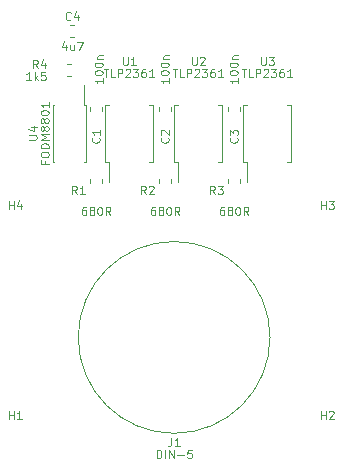
<source format=gto>
G04 #@! TF.GenerationSoftware,KiCad,Pcbnew,5.1.2-f72e74a~84~ubuntu16.04.1*
G04 #@! TF.CreationDate,2019-07-19T18:17:23+01:00*
G04 #@! TF.ProjectId,DigitalPot_OptoIsolator,44696769-7461-46c5-906f-745f4f70746f,rev?*
G04 #@! TF.SameCoordinates,Original*
G04 #@! TF.FileFunction,Legend,Top*
G04 #@! TF.FilePolarity,Positive*
%FSLAX46Y46*%
G04 Gerber Fmt 4.6, Leading zero omitted, Abs format (unit mm)*
G04 Created by KiCad (PCBNEW 5.1.2-f72e74a~84~ubuntu16.04.1) date 2019-07-19 18:17:23*
%MOMM*%
%LPD*%
G04 APERTURE LIST*
%ADD10C,0.120000*%
%ADD11C,0.110000*%
G04 APERTURE END LIST*
D10*
X109974000Y-46228000D02*
G75*
G03X109974000Y-46228000I-8120000J0D01*
G01*
X92775721Y-24132000D02*
X93101279Y-24132000D01*
X92775721Y-23112000D02*
X93101279Y-23112000D01*
X107444000Y-33182779D02*
X107444000Y-32857221D01*
X106424000Y-33182779D02*
X106424000Y-32857221D01*
X101602000Y-33182779D02*
X101602000Y-32857221D01*
X100582000Y-33182779D02*
X100582000Y-32857221D01*
X95760000Y-33182779D02*
X95760000Y-32857221D01*
X94740000Y-33182779D02*
X94740000Y-32857221D01*
X95760000Y-26761221D02*
X95760000Y-27086779D01*
X94740000Y-26761221D02*
X94740000Y-27086779D01*
X101602000Y-26761221D02*
X101602000Y-27086779D01*
X100582000Y-26761221D02*
X100582000Y-27086779D01*
X106424000Y-26735721D02*
X106424000Y-27061279D01*
X107444000Y-26735721D02*
X107444000Y-27061279D01*
X93380779Y-19810000D02*
X93055221Y-19810000D01*
X93380779Y-20830000D02*
X93055221Y-20830000D01*
X96344000Y-31356000D02*
X96344000Y-33056000D01*
X99744000Y-26556000D02*
X100044000Y-26556000D01*
X100044000Y-26556000D02*
X100044000Y-31356000D01*
X100044000Y-31356000D02*
X99744000Y-31356000D01*
X96344000Y-31356000D02*
X96044000Y-31356000D01*
X96044000Y-31356000D02*
X96044000Y-26556000D01*
X96044000Y-26556000D02*
X96344000Y-26556000D01*
X101886000Y-26556000D02*
X102186000Y-26556000D01*
X101886000Y-31356000D02*
X101886000Y-26556000D01*
X102186000Y-31356000D02*
X101886000Y-31356000D01*
X105886000Y-31356000D02*
X105586000Y-31356000D01*
X105886000Y-26556000D02*
X105886000Y-31356000D01*
X105586000Y-26556000D02*
X105886000Y-26556000D01*
X102186000Y-31356000D02*
X102186000Y-33056000D01*
X108028000Y-31356000D02*
X108028000Y-33056000D01*
X111428000Y-26556000D02*
X111728000Y-26556000D01*
X111728000Y-26556000D02*
X111728000Y-31356000D01*
X111728000Y-31356000D02*
X111428000Y-31356000D01*
X108028000Y-31356000D02*
X107728000Y-31356000D01*
X107728000Y-31356000D02*
X107728000Y-26556000D01*
X107728000Y-26556000D02*
X108028000Y-26556000D01*
X94364000Y-31356000D02*
X94214000Y-31356000D01*
X94364000Y-26556000D02*
X94364000Y-31356000D01*
X94214000Y-26556000D02*
X94364000Y-26556000D01*
X91564000Y-26556000D02*
X91714000Y-26556000D01*
X91564000Y-31356000D02*
X91564000Y-26556000D01*
X91714000Y-31356000D02*
X91564000Y-31356000D01*
X94214000Y-26556000D02*
X94214000Y-24856000D01*
D11*
X101620666Y-54734666D02*
X101620666Y-55234666D01*
X101587333Y-55334666D01*
X101520666Y-55401333D01*
X101420666Y-55434666D01*
X101354000Y-55434666D01*
X102320666Y-55434666D02*
X101920666Y-55434666D01*
X102120666Y-55434666D02*
X102120666Y-54734666D01*
X102054000Y-54834666D01*
X101987333Y-54901333D01*
X101920666Y-54934666D01*
X100370666Y-56450666D02*
X100370666Y-55750666D01*
X100537333Y-55750666D01*
X100637333Y-55784000D01*
X100704000Y-55850666D01*
X100737333Y-55917333D01*
X100770666Y-56050666D01*
X100770666Y-56150666D01*
X100737333Y-56284000D01*
X100704000Y-56350666D01*
X100637333Y-56417333D01*
X100537333Y-56450666D01*
X100370666Y-56450666D01*
X101070666Y-56450666D02*
X101070666Y-55750666D01*
X101404000Y-56450666D02*
X101404000Y-55750666D01*
X101804000Y-56450666D01*
X101804000Y-55750666D01*
X102137333Y-56184000D02*
X102670666Y-56184000D01*
X103337333Y-55750666D02*
X103004000Y-55750666D01*
X102970666Y-56084000D01*
X103004000Y-56050666D01*
X103070666Y-56017333D01*
X103237333Y-56017333D01*
X103304000Y-56050666D01*
X103337333Y-56084000D01*
X103370666Y-56150666D01*
X103370666Y-56317333D01*
X103337333Y-56384000D01*
X103304000Y-56417333D01*
X103237333Y-56450666D01*
X103070666Y-56450666D01*
X103004000Y-56417333D01*
X102970666Y-56384000D01*
X87858666Y-35368666D02*
X87858666Y-34668666D01*
X87858666Y-35002000D02*
X88258666Y-35002000D01*
X88258666Y-35368666D02*
X88258666Y-34668666D01*
X88892000Y-34902000D02*
X88892000Y-35368666D01*
X88725333Y-34635333D02*
X88558666Y-35135333D01*
X88992000Y-35135333D01*
X114274666Y-35368666D02*
X114274666Y-34668666D01*
X114274666Y-35002000D02*
X114674666Y-35002000D01*
X114674666Y-35368666D02*
X114674666Y-34668666D01*
X114941333Y-34668666D02*
X115374666Y-34668666D01*
X115141333Y-34935333D01*
X115241333Y-34935333D01*
X115308000Y-34968666D01*
X115341333Y-35002000D01*
X115374666Y-35068666D01*
X115374666Y-35235333D01*
X115341333Y-35302000D01*
X115308000Y-35335333D01*
X115241333Y-35368666D01*
X115041333Y-35368666D01*
X114974666Y-35335333D01*
X114941333Y-35302000D01*
X114274666Y-53148666D02*
X114274666Y-52448666D01*
X114274666Y-52782000D02*
X114674666Y-52782000D01*
X114674666Y-53148666D02*
X114674666Y-52448666D01*
X114974666Y-52515333D02*
X115008000Y-52482000D01*
X115074666Y-52448666D01*
X115241333Y-52448666D01*
X115308000Y-52482000D01*
X115341333Y-52515333D01*
X115374666Y-52582000D01*
X115374666Y-52648666D01*
X115341333Y-52748666D01*
X114941333Y-53148666D01*
X115374666Y-53148666D01*
X87858666Y-53148666D02*
X87858666Y-52448666D01*
X87858666Y-52782000D02*
X88258666Y-52782000D01*
X88258666Y-53148666D02*
X88258666Y-52448666D01*
X88958666Y-53148666D02*
X88558666Y-53148666D01*
X88758666Y-53148666D02*
X88758666Y-52448666D01*
X88692000Y-52548666D01*
X88625333Y-52615333D01*
X88558666Y-52648666D01*
X90314500Y-23430666D02*
X90081166Y-23097333D01*
X89914500Y-23430666D02*
X89914500Y-22730666D01*
X90181166Y-22730666D01*
X90247833Y-22764000D01*
X90281166Y-22797333D01*
X90314500Y-22864000D01*
X90314500Y-22964000D01*
X90281166Y-23030666D01*
X90247833Y-23064000D01*
X90181166Y-23097333D01*
X89914500Y-23097333D01*
X90914500Y-22964000D02*
X90914500Y-23430666D01*
X90747833Y-22697333D02*
X90581166Y-23197333D01*
X91014500Y-23197333D01*
X89747833Y-24446666D02*
X89347833Y-24446666D01*
X89547833Y-24446666D02*
X89547833Y-23746666D01*
X89481166Y-23846666D01*
X89414500Y-23913333D01*
X89347833Y-23946666D01*
X90047833Y-24446666D02*
X90047833Y-23746666D01*
X90114500Y-24180000D02*
X90314500Y-24446666D01*
X90314500Y-23980000D02*
X90047833Y-24246666D01*
X90947833Y-23746666D02*
X90614500Y-23746666D01*
X90581166Y-24080000D01*
X90614500Y-24046666D01*
X90681166Y-24013333D01*
X90847833Y-24013333D01*
X90914500Y-24046666D01*
X90947833Y-24080000D01*
X90981166Y-24146666D01*
X90981166Y-24313333D01*
X90947833Y-24380000D01*
X90914500Y-24413333D01*
X90847833Y-24446666D01*
X90681166Y-24446666D01*
X90614500Y-24413333D01*
X90581166Y-24380000D01*
X105300500Y-34098666D02*
X105067166Y-33765333D01*
X104900500Y-34098666D02*
X104900500Y-33398666D01*
X105167166Y-33398666D01*
X105233833Y-33432000D01*
X105267166Y-33465333D01*
X105300500Y-33532000D01*
X105300500Y-33632000D01*
X105267166Y-33698666D01*
X105233833Y-33732000D01*
X105167166Y-33765333D01*
X104900500Y-33765333D01*
X105533833Y-33398666D02*
X105967166Y-33398666D01*
X105733833Y-33665333D01*
X105833833Y-33665333D01*
X105900500Y-33698666D01*
X105933833Y-33732000D01*
X105967166Y-33798666D01*
X105967166Y-33965333D01*
X105933833Y-34032000D01*
X105900500Y-34065333D01*
X105833833Y-34098666D01*
X105633833Y-34098666D01*
X105567166Y-34065333D01*
X105533833Y-34032000D01*
X106050666Y-35176666D02*
X105917333Y-35176666D01*
X105850666Y-35210000D01*
X105817333Y-35243333D01*
X105750666Y-35343333D01*
X105717333Y-35476666D01*
X105717333Y-35743333D01*
X105750666Y-35810000D01*
X105784000Y-35843333D01*
X105850666Y-35876666D01*
X105984000Y-35876666D01*
X106050666Y-35843333D01*
X106084000Y-35810000D01*
X106117333Y-35743333D01*
X106117333Y-35576666D01*
X106084000Y-35510000D01*
X106050666Y-35476666D01*
X105984000Y-35443333D01*
X105850666Y-35443333D01*
X105784000Y-35476666D01*
X105750666Y-35510000D01*
X105717333Y-35576666D01*
X106517333Y-35476666D02*
X106450666Y-35443333D01*
X106417333Y-35410000D01*
X106384000Y-35343333D01*
X106384000Y-35310000D01*
X106417333Y-35243333D01*
X106450666Y-35210000D01*
X106517333Y-35176666D01*
X106650666Y-35176666D01*
X106717333Y-35210000D01*
X106750666Y-35243333D01*
X106784000Y-35310000D01*
X106784000Y-35343333D01*
X106750666Y-35410000D01*
X106717333Y-35443333D01*
X106650666Y-35476666D01*
X106517333Y-35476666D01*
X106450666Y-35510000D01*
X106417333Y-35543333D01*
X106384000Y-35610000D01*
X106384000Y-35743333D01*
X106417333Y-35810000D01*
X106450666Y-35843333D01*
X106517333Y-35876666D01*
X106650666Y-35876666D01*
X106717333Y-35843333D01*
X106750666Y-35810000D01*
X106784000Y-35743333D01*
X106784000Y-35610000D01*
X106750666Y-35543333D01*
X106717333Y-35510000D01*
X106650666Y-35476666D01*
X107217333Y-35176666D02*
X107284000Y-35176666D01*
X107350666Y-35210000D01*
X107384000Y-35243333D01*
X107417333Y-35310000D01*
X107450666Y-35443333D01*
X107450666Y-35610000D01*
X107417333Y-35743333D01*
X107384000Y-35810000D01*
X107350666Y-35843333D01*
X107284000Y-35876666D01*
X107217333Y-35876666D01*
X107150666Y-35843333D01*
X107117333Y-35810000D01*
X107084000Y-35743333D01*
X107050666Y-35610000D01*
X107050666Y-35443333D01*
X107084000Y-35310000D01*
X107117333Y-35243333D01*
X107150666Y-35210000D01*
X107217333Y-35176666D01*
X108150666Y-35876666D02*
X107917333Y-35543333D01*
X107750666Y-35876666D02*
X107750666Y-35176666D01*
X108017333Y-35176666D01*
X108084000Y-35210000D01*
X108117333Y-35243333D01*
X108150666Y-35310000D01*
X108150666Y-35410000D01*
X108117333Y-35476666D01*
X108084000Y-35510000D01*
X108017333Y-35543333D01*
X107750666Y-35543333D01*
X99458500Y-34098666D02*
X99225166Y-33765333D01*
X99058500Y-34098666D02*
X99058500Y-33398666D01*
X99325166Y-33398666D01*
X99391833Y-33432000D01*
X99425166Y-33465333D01*
X99458500Y-33532000D01*
X99458500Y-33632000D01*
X99425166Y-33698666D01*
X99391833Y-33732000D01*
X99325166Y-33765333D01*
X99058500Y-33765333D01*
X99725166Y-33465333D02*
X99758500Y-33432000D01*
X99825166Y-33398666D01*
X99991833Y-33398666D01*
X100058500Y-33432000D01*
X100091833Y-33465333D01*
X100125166Y-33532000D01*
X100125166Y-33598666D01*
X100091833Y-33698666D01*
X99691833Y-34098666D01*
X100125166Y-34098666D01*
X100208666Y-35176666D02*
X100075333Y-35176666D01*
X100008666Y-35210000D01*
X99975333Y-35243333D01*
X99908666Y-35343333D01*
X99875333Y-35476666D01*
X99875333Y-35743333D01*
X99908666Y-35810000D01*
X99942000Y-35843333D01*
X100008666Y-35876666D01*
X100142000Y-35876666D01*
X100208666Y-35843333D01*
X100242000Y-35810000D01*
X100275333Y-35743333D01*
X100275333Y-35576666D01*
X100242000Y-35510000D01*
X100208666Y-35476666D01*
X100142000Y-35443333D01*
X100008666Y-35443333D01*
X99942000Y-35476666D01*
X99908666Y-35510000D01*
X99875333Y-35576666D01*
X100675333Y-35476666D02*
X100608666Y-35443333D01*
X100575333Y-35410000D01*
X100542000Y-35343333D01*
X100542000Y-35310000D01*
X100575333Y-35243333D01*
X100608666Y-35210000D01*
X100675333Y-35176666D01*
X100808666Y-35176666D01*
X100875333Y-35210000D01*
X100908666Y-35243333D01*
X100942000Y-35310000D01*
X100942000Y-35343333D01*
X100908666Y-35410000D01*
X100875333Y-35443333D01*
X100808666Y-35476666D01*
X100675333Y-35476666D01*
X100608666Y-35510000D01*
X100575333Y-35543333D01*
X100542000Y-35610000D01*
X100542000Y-35743333D01*
X100575333Y-35810000D01*
X100608666Y-35843333D01*
X100675333Y-35876666D01*
X100808666Y-35876666D01*
X100875333Y-35843333D01*
X100908666Y-35810000D01*
X100942000Y-35743333D01*
X100942000Y-35610000D01*
X100908666Y-35543333D01*
X100875333Y-35510000D01*
X100808666Y-35476666D01*
X101375333Y-35176666D02*
X101442000Y-35176666D01*
X101508666Y-35210000D01*
X101542000Y-35243333D01*
X101575333Y-35310000D01*
X101608666Y-35443333D01*
X101608666Y-35610000D01*
X101575333Y-35743333D01*
X101542000Y-35810000D01*
X101508666Y-35843333D01*
X101442000Y-35876666D01*
X101375333Y-35876666D01*
X101308666Y-35843333D01*
X101275333Y-35810000D01*
X101242000Y-35743333D01*
X101208666Y-35610000D01*
X101208666Y-35443333D01*
X101242000Y-35310000D01*
X101275333Y-35243333D01*
X101308666Y-35210000D01*
X101375333Y-35176666D01*
X102308666Y-35876666D02*
X102075333Y-35543333D01*
X101908666Y-35876666D02*
X101908666Y-35176666D01*
X102175333Y-35176666D01*
X102242000Y-35210000D01*
X102275333Y-35243333D01*
X102308666Y-35310000D01*
X102308666Y-35410000D01*
X102275333Y-35476666D01*
X102242000Y-35510000D01*
X102175333Y-35543333D01*
X101908666Y-35543333D01*
X93616500Y-34098666D02*
X93383166Y-33765333D01*
X93216500Y-34098666D02*
X93216500Y-33398666D01*
X93483166Y-33398666D01*
X93549833Y-33432000D01*
X93583166Y-33465333D01*
X93616500Y-33532000D01*
X93616500Y-33632000D01*
X93583166Y-33698666D01*
X93549833Y-33732000D01*
X93483166Y-33765333D01*
X93216500Y-33765333D01*
X94283166Y-34098666D02*
X93883166Y-34098666D01*
X94083166Y-34098666D02*
X94083166Y-33398666D01*
X94016500Y-33498666D01*
X93949833Y-33565333D01*
X93883166Y-33598666D01*
X94366666Y-35176666D02*
X94233333Y-35176666D01*
X94166666Y-35210000D01*
X94133333Y-35243333D01*
X94066666Y-35343333D01*
X94033333Y-35476666D01*
X94033333Y-35743333D01*
X94066666Y-35810000D01*
X94100000Y-35843333D01*
X94166666Y-35876666D01*
X94300000Y-35876666D01*
X94366666Y-35843333D01*
X94400000Y-35810000D01*
X94433333Y-35743333D01*
X94433333Y-35576666D01*
X94400000Y-35510000D01*
X94366666Y-35476666D01*
X94300000Y-35443333D01*
X94166666Y-35443333D01*
X94100000Y-35476666D01*
X94066666Y-35510000D01*
X94033333Y-35576666D01*
X94833333Y-35476666D02*
X94766666Y-35443333D01*
X94733333Y-35410000D01*
X94700000Y-35343333D01*
X94700000Y-35310000D01*
X94733333Y-35243333D01*
X94766666Y-35210000D01*
X94833333Y-35176666D01*
X94966666Y-35176666D01*
X95033333Y-35210000D01*
X95066666Y-35243333D01*
X95100000Y-35310000D01*
X95100000Y-35343333D01*
X95066666Y-35410000D01*
X95033333Y-35443333D01*
X94966666Y-35476666D01*
X94833333Y-35476666D01*
X94766666Y-35510000D01*
X94733333Y-35543333D01*
X94700000Y-35610000D01*
X94700000Y-35743333D01*
X94733333Y-35810000D01*
X94766666Y-35843333D01*
X94833333Y-35876666D01*
X94966666Y-35876666D01*
X95033333Y-35843333D01*
X95066666Y-35810000D01*
X95100000Y-35743333D01*
X95100000Y-35610000D01*
X95066666Y-35543333D01*
X95033333Y-35510000D01*
X94966666Y-35476666D01*
X95533333Y-35176666D02*
X95600000Y-35176666D01*
X95666666Y-35210000D01*
X95700000Y-35243333D01*
X95733333Y-35310000D01*
X95766666Y-35443333D01*
X95766666Y-35610000D01*
X95733333Y-35743333D01*
X95700000Y-35810000D01*
X95666666Y-35843333D01*
X95600000Y-35876666D01*
X95533333Y-35876666D01*
X95466666Y-35843333D01*
X95433333Y-35810000D01*
X95400000Y-35743333D01*
X95366666Y-35610000D01*
X95366666Y-35443333D01*
X95400000Y-35310000D01*
X95433333Y-35243333D01*
X95466666Y-35210000D01*
X95533333Y-35176666D01*
X96466666Y-35876666D02*
X96233333Y-35543333D01*
X96066666Y-35876666D02*
X96066666Y-35176666D01*
X96333333Y-35176666D01*
X96400000Y-35210000D01*
X96433333Y-35243333D01*
X96466666Y-35310000D01*
X96466666Y-35410000D01*
X96433333Y-35476666D01*
X96400000Y-35510000D01*
X96333333Y-35543333D01*
X96066666Y-35543333D01*
X95500000Y-29319500D02*
X95533333Y-29352833D01*
X95566666Y-29452833D01*
X95566666Y-29519500D01*
X95533333Y-29619500D01*
X95466666Y-29686166D01*
X95400000Y-29719500D01*
X95266666Y-29752833D01*
X95166666Y-29752833D01*
X95033333Y-29719500D01*
X94966666Y-29686166D01*
X94900000Y-29619500D01*
X94866666Y-29519500D01*
X94866666Y-29452833D01*
X94900000Y-29352833D01*
X94933333Y-29319500D01*
X95566666Y-28652833D02*
X95566666Y-29052833D01*
X95566666Y-28852833D02*
X94866666Y-28852833D01*
X94966666Y-28919500D01*
X95033333Y-28986166D01*
X95066666Y-29052833D01*
X95820666Y-24287166D02*
X95820666Y-24687166D01*
X95820666Y-24487166D02*
X95120666Y-24487166D01*
X95220666Y-24553833D01*
X95287333Y-24620500D01*
X95320666Y-24687166D01*
X95120666Y-23853833D02*
X95120666Y-23787166D01*
X95154000Y-23720500D01*
X95187333Y-23687166D01*
X95254000Y-23653833D01*
X95387333Y-23620500D01*
X95554000Y-23620500D01*
X95687333Y-23653833D01*
X95754000Y-23687166D01*
X95787333Y-23720500D01*
X95820666Y-23787166D01*
X95820666Y-23853833D01*
X95787333Y-23920500D01*
X95754000Y-23953833D01*
X95687333Y-23987166D01*
X95554000Y-24020500D01*
X95387333Y-24020500D01*
X95254000Y-23987166D01*
X95187333Y-23953833D01*
X95154000Y-23920500D01*
X95120666Y-23853833D01*
X95120666Y-23187166D02*
X95120666Y-23120500D01*
X95154000Y-23053833D01*
X95187333Y-23020500D01*
X95254000Y-22987166D01*
X95387333Y-22953833D01*
X95554000Y-22953833D01*
X95687333Y-22987166D01*
X95754000Y-23020500D01*
X95787333Y-23053833D01*
X95820666Y-23120500D01*
X95820666Y-23187166D01*
X95787333Y-23253833D01*
X95754000Y-23287166D01*
X95687333Y-23320500D01*
X95554000Y-23353833D01*
X95387333Y-23353833D01*
X95254000Y-23320500D01*
X95187333Y-23287166D01*
X95154000Y-23253833D01*
X95120666Y-23187166D01*
X95354000Y-22653833D02*
X95820666Y-22653833D01*
X95420666Y-22653833D02*
X95387333Y-22620500D01*
X95354000Y-22553833D01*
X95354000Y-22453833D01*
X95387333Y-22387166D01*
X95454000Y-22353833D01*
X95820666Y-22353833D01*
X101342000Y-29319500D02*
X101375333Y-29352833D01*
X101408666Y-29452833D01*
X101408666Y-29519500D01*
X101375333Y-29619500D01*
X101308666Y-29686166D01*
X101242000Y-29719500D01*
X101108666Y-29752833D01*
X101008666Y-29752833D01*
X100875333Y-29719500D01*
X100808666Y-29686166D01*
X100742000Y-29619500D01*
X100708666Y-29519500D01*
X100708666Y-29452833D01*
X100742000Y-29352833D01*
X100775333Y-29319500D01*
X100775333Y-29052833D02*
X100742000Y-29019500D01*
X100708666Y-28952833D01*
X100708666Y-28786166D01*
X100742000Y-28719500D01*
X100775333Y-28686166D01*
X100842000Y-28652833D01*
X100908666Y-28652833D01*
X101008666Y-28686166D01*
X101408666Y-29086166D01*
X101408666Y-28652833D01*
X101408666Y-24287166D02*
X101408666Y-24687166D01*
X101408666Y-24487166D02*
X100708666Y-24487166D01*
X100808666Y-24553833D01*
X100875333Y-24620500D01*
X100908666Y-24687166D01*
X100708666Y-23853833D02*
X100708666Y-23787166D01*
X100742000Y-23720500D01*
X100775333Y-23687166D01*
X100842000Y-23653833D01*
X100975333Y-23620500D01*
X101142000Y-23620500D01*
X101275333Y-23653833D01*
X101342000Y-23687166D01*
X101375333Y-23720500D01*
X101408666Y-23787166D01*
X101408666Y-23853833D01*
X101375333Y-23920500D01*
X101342000Y-23953833D01*
X101275333Y-23987166D01*
X101142000Y-24020500D01*
X100975333Y-24020500D01*
X100842000Y-23987166D01*
X100775333Y-23953833D01*
X100742000Y-23920500D01*
X100708666Y-23853833D01*
X100708666Y-23187166D02*
X100708666Y-23120500D01*
X100742000Y-23053833D01*
X100775333Y-23020500D01*
X100842000Y-22987166D01*
X100975333Y-22953833D01*
X101142000Y-22953833D01*
X101275333Y-22987166D01*
X101342000Y-23020500D01*
X101375333Y-23053833D01*
X101408666Y-23120500D01*
X101408666Y-23187166D01*
X101375333Y-23253833D01*
X101342000Y-23287166D01*
X101275333Y-23320500D01*
X101142000Y-23353833D01*
X100975333Y-23353833D01*
X100842000Y-23320500D01*
X100775333Y-23287166D01*
X100742000Y-23253833D01*
X100708666Y-23187166D01*
X100942000Y-22653833D02*
X101408666Y-22653833D01*
X101008666Y-22653833D02*
X100975333Y-22620500D01*
X100942000Y-22553833D01*
X100942000Y-22453833D01*
X100975333Y-22387166D01*
X101042000Y-22353833D01*
X101408666Y-22353833D01*
X107184000Y-29319500D02*
X107217333Y-29352833D01*
X107250666Y-29452833D01*
X107250666Y-29519500D01*
X107217333Y-29619500D01*
X107150666Y-29686166D01*
X107084000Y-29719500D01*
X106950666Y-29752833D01*
X106850666Y-29752833D01*
X106717333Y-29719500D01*
X106650666Y-29686166D01*
X106584000Y-29619500D01*
X106550666Y-29519500D01*
X106550666Y-29452833D01*
X106584000Y-29352833D01*
X106617333Y-29319500D01*
X106550666Y-29086166D02*
X106550666Y-28652833D01*
X106817333Y-28886166D01*
X106817333Y-28786166D01*
X106850666Y-28719500D01*
X106884000Y-28686166D01*
X106950666Y-28652833D01*
X107117333Y-28652833D01*
X107184000Y-28686166D01*
X107217333Y-28719500D01*
X107250666Y-28786166D01*
X107250666Y-28986166D01*
X107217333Y-29052833D01*
X107184000Y-29086166D01*
X107250666Y-24287166D02*
X107250666Y-24687166D01*
X107250666Y-24487166D02*
X106550666Y-24487166D01*
X106650666Y-24553833D01*
X106717333Y-24620500D01*
X106750666Y-24687166D01*
X106550666Y-23853833D02*
X106550666Y-23787166D01*
X106584000Y-23720500D01*
X106617333Y-23687166D01*
X106684000Y-23653833D01*
X106817333Y-23620500D01*
X106984000Y-23620500D01*
X107117333Y-23653833D01*
X107184000Y-23687166D01*
X107217333Y-23720500D01*
X107250666Y-23787166D01*
X107250666Y-23853833D01*
X107217333Y-23920500D01*
X107184000Y-23953833D01*
X107117333Y-23987166D01*
X106984000Y-24020500D01*
X106817333Y-24020500D01*
X106684000Y-23987166D01*
X106617333Y-23953833D01*
X106584000Y-23920500D01*
X106550666Y-23853833D01*
X106550666Y-23187166D02*
X106550666Y-23120500D01*
X106584000Y-23053833D01*
X106617333Y-23020500D01*
X106684000Y-22987166D01*
X106817333Y-22953833D01*
X106984000Y-22953833D01*
X107117333Y-22987166D01*
X107184000Y-23020500D01*
X107217333Y-23053833D01*
X107250666Y-23120500D01*
X107250666Y-23187166D01*
X107217333Y-23253833D01*
X107184000Y-23287166D01*
X107117333Y-23320500D01*
X106984000Y-23353833D01*
X106817333Y-23353833D01*
X106684000Y-23320500D01*
X106617333Y-23287166D01*
X106584000Y-23253833D01*
X106550666Y-23187166D01*
X106784000Y-22653833D02*
X107250666Y-22653833D01*
X106850666Y-22653833D02*
X106817333Y-22620500D01*
X106784000Y-22553833D01*
X106784000Y-22453833D01*
X106817333Y-22387166D01*
X106884000Y-22353833D01*
X107250666Y-22353833D01*
X93101333Y-19300000D02*
X93068000Y-19333333D01*
X92968000Y-19366666D01*
X92901333Y-19366666D01*
X92801333Y-19333333D01*
X92734666Y-19266666D01*
X92701333Y-19200000D01*
X92668000Y-19066666D01*
X92668000Y-18966666D01*
X92701333Y-18833333D01*
X92734666Y-18766666D01*
X92801333Y-18700000D01*
X92901333Y-18666666D01*
X92968000Y-18666666D01*
X93068000Y-18700000D01*
X93101333Y-18733333D01*
X93701333Y-18900000D02*
X93701333Y-19366666D01*
X93534666Y-18633333D02*
X93368000Y-19133333D01*
X93801333Y-19133333D01*
X92701333Y-21440000D02*
X92701333Y-21906666D01*
X92534666Y-21173333D02*
X92368000Y-21673333D01*
X92801333Y-21673333D01*
X93368000Y-21440000D02*
X93368000Y-21906666D01*
X93068000Y-21440000D02*
X93068000Y-21806666D01*
X93101333Y-21873333D01*
X93168000Y-21906666D01*
X93268000Y-21906666D01*
X93334666Y-21873333D01*
X93368000Y-21840000D01*
X93634666Y-21206666D02*
X94101333Y-21206666D01*
X93801333Y-21906666D01*
X97510666Y-22476666D02*
X97510666Y-23043333D01*
X97544000Y-23110000D01*
X97577333Y-23143333D01*
X97644000Y-23176666D01*
X97777333Y-23176666D01*
X97844000Y-23143333D01*
X97877333Y-23110000D01*
X97910666Y-23043333D01*
X97910666Y-22476666D01*
X98610666Y-23176666D02*
X98210666Y-23176666D01*
X98410666Y-23176666D02*
X98410666Y-22476666D01*
X98344000Y-22576666D01*
X98277333Y-22643333D01*
X98210666Y-22676666D01*
X95877333Y-23492666D02*
X96277333Y-23492666D01*
X96077333Y-24192666D02*
X96077333Y-23492666D01*
X96844000Y-24192666D02*
X96510666Y-24192666D01*
X96510666Y-23492666D01*
X97077333Y-24192666D02*
X97077333Y-23492666D01*
X97344000Y-23492666D01*
X97410666Y-23526000D01*
X97444000Y-23559333D01*
X97477333Y-23626000D01*
X97477333Y-23726000D01*
X97444000Y-23792666D01*
X97410666Y-23826000D01*
X97344000Y-23859333D01*
X97077333Y-23859333D01*
X97744000Y-23559333D02*
X97777333Y-23526000D01*
X97844000Y-23492666D01*
X98010666Y-23492666D01*
X98077333Y-23526000D01*
X98110666Y-23559333D01*
X98144000Y-23626000D01*
X98144000Y-23692666D01*
X98110666Y-23792666D01*
X97710666Y-24192666D01*
X98144000Y-24192666D01*
X98377333Y-23492666D02*
X98810666Y-23492666D01*
X98577333Y-23759333D01*
X98677333Y-23759333D01*
X98744000Y-23792666D01*
X98777333Y-23826000D01*
X98810666Y-23892666D01*
X98810666Y-24059333D01*
X98777333Y-24126000D01*
X98744000Y-24159333D01*
X98677333Y-24192666D01*
X98477333Y-24192666D01*
X98410666Y-24159333D01*
X98377333Y-24126000D01*
X99410666Y-23492666D02*
X99277333Y-23492666D01*
X99210666Y-23526000D01*
X99177333Y-23559333D01*
X99110666Y-23659333D01*
X99077333Y-23792666D01*
X99077333Y-24059333D01*
X99110666Y-24126000D01*
X99144000Y-24159333D01*
X99210666Y-24192666D01*
X99344000Y-24192666D01*
X99410666Y-24159333D01*
X99444000Y-24126000D01*
X99477333Y-24059333D01*
X99477333Y-23892666D01*
X99444000Y-23826000D01*
X99410666Y-23792666D01*
X99344000Y-23759333D01*
X99210666Y-23759333D01*
X99144000Y-23792666D01*
X99110666Y-23826000D01*
X99077333Y-23892666D01*
X100144000Y-24192666D02*
X99744000Y-24192666D01*
X99944000Y-24192666D02*
X99944000Y-23492666D01*
X99877333Y-23592666D01*
X99810666Y-23659333D01*
X99744000Y-23692666D01*
X103352666Y-22476666D02*
X103352666Y-23043333D01*
X103386000Y-23110000D01*
X103419333Y-23143333D01*
X103486000Y-23176666D01*
X103619333Y-23176666D01*
X103686000Y-23143333D01*
X103719333Y-23110000D01*
X103752666Y-23043333D01*
X103752666Y-22476666D01*
X104052666Y-22543333D02*
X104086000Y-22510000D01*
X104152666Y-22476666D01*
X104319333Y-22476666D01*
X104386000Y-22510000D01*
X104419333Y-22543333D01*
X104452666Y-22610000D01*
X104452666Y-22676666D01*
X104419333Y-22776666D01*
X104019333Y-23176666D01*
X104452666Y-23176666D01*
X101719333Y-23492666D02*
X102119333Y-23492666D01*
X101919333Y-24192666D02*
X101919333Y-23492666D01*
X102686000Y-24192666D02*
X102352666Y-24192666D01*
X102352666Y-23492666D01*
X102919333Y-24192666D02*
X102919333Y-23492666D01*
X103186000Y-23492666D01*
X103252666Y-23526000D01*
X103286000Y-23559333D01*
X103319333Y-23626000D01*
X103319333Y-23726000D01*
X103286000Y-23792666D01*
X103252666Y-23826000D01*
X103186000Y-23859333D01*
X102919333Y-23859333D01*
X103586000Y-23559333D02*
X103619333Y-23526000D01*
X103686000Y-23492666D01*
X103852666Y-23492666D01*
X103919333Y-23526000D01*
X103952666Y-23559333D01*
X103986000Y-23626000D01*
X103986000Y-23692666D01*
X103952666Y-23792666D01*
X103552666Y-24192666D01*
X103986000Y-24192666D01*
X104219333Y-23492666D02*
X104652666Y-23492666D01*
X104419333Y-23759333D01*
X104519333Y-23759333D01*
X104586000Y-23792666D01*
X104619333Y-23826000D01*
X104652666Y-23892666D01*
X104652666Y-24059333D01*
X104619333Y-24126000D01*
X104586000Y-24159333D01*
X104519333Y-24192666D01*
X104319333Y-24192666D01*
X104252666Y-24159333D01*
X104219333Y-24126000D01*
X105252666Y-23492666D02*
X105119333Y-23492666D01*
X105052666Y-23526000D01*
X105019333Y-23559333D01*
X104952666Y-23659333D01*
X104919333Y-23792666D01*
X104919333Y-24059333D01*
X104952666Y-24126000D01*
X104986000Y-24159333D01*
X105052666Y-24192666D01*
X105186000Y-24192666D01*
X105252666Y-24159333D01*
X105286000Y-24126000D01*
X105319333Y-24059333D01*
X105319333Y-23892666D01*
X105286000Y-23826000D01*
X105252666Y-23792666D01*
X105186000Y-23759333D01*
X105052666Y-23759333D01*
X104986000Y-23792666D01*
X104952666Y-23826000D01*
X104919333Y-23892666D01*
X105986000Y-24192666D02*
X105586000Y-24192666D01*
X105786000Y-24192666D02*
X105786000Y-23492666D01*
X105719333Y-23592666D01*
X105652666Y-23659333D01*
X105586000Y-23692666D01*
X109194666Y-22476666D02*
X109194666Y-23043333D01*
X109228000Y-23110000D01*
X109261333Y-23143333D01*
X109328000Y-23176666D01*
X109461333Y-23176666D01*
X109528000Y-23143333D01*
X109561333Y-23110000D01*
X109594666Y-23043333D01*
X109594666Y-22476666D01*
X109861333Y-22476666D02*
X110294666Y-22476666D01*
X110061333Y-22743333D01*
X110161333Y-22743333D01*
X110228000Y-22776666D01*
X110261333Y-22810000D01*
X110294666Y-22876666D01*
X110294666Y-23043333D01*
X110261333Y-23110000D01*
X110228000Y-23143333D01*
X110161333Y-23176666D01*
X109961333Y-23176666D01*
X109894666Y-23143333D01*
X109861333Y-23110000D01*
X107561333Y-23492666D02*
X107961333Y-23492666D01*
X107761333Y-24192666D02*
X107761333Y-23492666D01*
X108528000Y-24192666D02*
X108194666Y-24192666D01*
X108194666Y-23492666D01*
X108761333Y-24192666D02*
X108761333Y-23492666D01*
X109028000Y-23492666D01*
X109094666Y-23526000D01*
X109128000Y-23559333D01*
X109161333Y-23626000D01*
X109161333Y-23726000D01*
X109128000Y-23792666D01*
X109094666Y-23826000D01*
X109028000Y-23859333D01*
X108761333Y-23859333D01*
X109428000Y-23559333D02*
X109461333Y-23526000D01*
X109528000Y-23492666D01*
X109694666Y-23492666D01*
X109761333Y-23526000D01*
X109794666Y-23559333D01*
X109828000Y-23626000D01*
X109828000Y-23692666D01*
X109794666Y-23792666D01*
X109394666Y-24192666D01*
X109828000Y-24192666D01*
X110061333Y-23492666D02*
X110494666Y-23492666D01*
X110261333Y-23759333D01*
X110361333Y-23759333D01*
X110428000Y-23792666D01*
X110461333Y-23826000D01*
X110494666Y-23892666D01*
X110494666Y-24059333D01*
X110461333Y-24126000D01*
X110428000Y-24159333D01*
X110361333Y-24192666D01*
X110161333Y-24192666D01*
X110094666Y-24159333D01*
X110061333Y-24126000D01*
X111094666Y-23492666D02*
X110961333Y-23492666D01*
X110894666Y-23526000D01*
X110861333Y-23559333D01*
X110794666Y-23659333D01*
X110761333Y-23792666D01*
X110761333Y-24059333D01*
X110794666Y-24126000D01*
X110828000Y-24159333D01*
X110894666Y-24192666D01*
X111028000Y-24192666D01*
X111094666Y-24159333D01*
X111128000Y-24126000D01*
X111161333Y-24059333D01*
X111161333Y-23892666D01*
X111128000Y-23826000D01*
X111094666Y-23792666D01*
X111028000Y-23759333D01*
X110894666Y-23759333D01*
X110828000Y-23792666D01*
X110794666Y-23826000D01*
X110761333Y-23892666D01*
X111828000Y-24192666D02*
X111428000Y-24192666D01*
X111628000Y-24192666D02*
X111628000Y-23492666D01*
X111561333Y-23592666D01*
X111494666Y-23659333D01*
X111428000Y-23692666D01*
X89532666Y-29489333D02*
X90099333Y-29489333D01*
X90166000Y-29456000D01*
X90199333Y-29422666D01*
X90232666Y-29356000D01*
X90232666Y-29222666D01*
X90199333Y-29156000D01*
X90166000Y-29122666D01*
X90099333Y-29089333D01*
X89532666Y-29089333D01*
X89766000Y-28456000D02*
X90232666Y-28456000D01*
X89499333Y-28622666D02*
X89999333Y-28789333D01*
X89999333Y-28356000D01*
X90882000Y-31306000D02*
X90882000Y-31539333D01*
X91248666Y-31539333D02*
X90548666Y-31539333D01*
X90548666Y-31206000D01*
X90548666Y-30806000D02*
X90548666Y-30672666D01*
X90582000Y-30606000D01*
X90648666Y-30539333D01*
X90782000Y-30506000D01*
X91015333Y-30506000D01*
X91148666Y-30539333D01*
X91215333Y-30606000D01*
X91248666Y-30672666D01*
X91248666Y-30806000D01*
X91215333Y-30872666D01*
X91148666Y-30939333D01*
X91015333Y-30972666D01*
X90782000Y-30972666D01*
X90648666Y-30939333D01*
X90582000Y-30872666D01*
X90548666Y-30806000D01*
X91248666Y-30206000D02*
X90548666Y-30206000D01*
X90548666Y-30039333D01*
X90582000Y-29939333D01*
X90648666Y-29872666D01*
X90715333Y-29839333D01*
X90848666Y-29806000D01*
X90948666Y-29806000D01*
X91082000Y-29839333D01*
X91148666Y-29872666D01*
X91215333Y-29939333D01*
X91248666Y-30039333D01*
X91248666Y-30206000D01*
X91248666Y-29506000D02*
X90548666Y-29506000D01*
X91048666Y-29272666D01*
X90548666Y-29039333D01*
X91248666Y-29039333D01*
X90848666Y-28606000D02*
X90815333Y-28672666D01*
X90782000Y-28706000D01*
X90715333Y-28739333D01*
X90682000Y-28739333D01*
X90615333Y-28706000D01*
X90582000Y-28672666D01*
X90548666Y-28606000D01*
X90548666Y-28472666D01*
X90582000Y-28406000D01*
X90615333Y-28372666D01*
X90682000Y-28339333D01*
X90715333Y-28339333D01*
X90782000Y-28372666D01*
X90815333Y-28406000D01*
X90848666Y-28472666D01*
X90848666Y-28606000D01*
X90882000Y-28672666D01*
X90915333Y-28706000D01*
X90982000Y-28739333D01*
X91115333Y-28739333D01*
X91182000Y-28706000D01*
X91215333Y-28672666D01*
X91248666Y-28606000D01*
X91248666Y-28472666D01*
X91215333Y-28406000D01*
X91182000Y-28372666D01*
X91115333Y-28339333D01*
X90982000Y-28339333D01*
X90915333Y-28372666D01*
X90882000Y-28406000D01*
X90848666Y-28472666D01*
X90848666Y-27939333D02*
X90815333Y-28006000D01*
X90782000Y-28039333D01*
X90715333Y-28072666D01*
X90682000Y-28072666D01*
X90615333Y-28039333D01*
X90582000Y-28006000D01*
X90548666Y-27939333D01*
X90548666Y-27806000D01*
X90582000Y-27739333D01*
X90615333Y-27706000D01*
X90682000Y-27672666D01*
X90715333Y-27672666D01*
X90782000Y-27706000D01*
X90815333Y-27739333D01*
X90848666Y-27806000D01*
X90848666Y-27939333D01*
X90882000Y-28006000D01*
X90915333Y-28039333D01*
X90982000Y-28072666D01*
X91115333Y-28072666D01*
X91182000Y-28039333D01*
X91215333Y-28006000D01*
X91248666Y-27939333D01*
X91248666Y-27806000D01*
X91215333Y-27739333D01*
X91182000Y-27706000D01*
X91115333Y-27672666D01*
X90982000Y-27672666D01*
X90915333Y-27706000D01*
X90882000Y-27739333D01*
X90848666Y-27806000D01*
X90548666Y-27239333D02*
X90548666Y-27172666D01*
X90582000Y-27106000D01*
X90615333Y-27072666D01*
X90682000Y-27039333D01*
X90815333Y-27006000D01*
X90982000Y-27006000D01*
X91115333Y-27039333D01*
X91182000Y-27072666D01*
X91215333Y-27106000D01*
X91248666Y-27172666D01*
X91248666Y-27239333D01*
X91215333Y-27306000D01*
X91182000Y-27339333D01*
X91115333Y-27372666D01*
X90982000Y-27406000D01*
X90815333Y-27406000D01*
X90682000Y-27372666D01*
X90615333Y-27339333D01*
X90582000Y-27306000D01*
X90548666Y-27239333D01*
X91248666Y-26339333D02*
X91248666Y-26739333D01*
X91248666Y-26539333D02*
X90548666Y-26539333D01*
X90648666Y-26606000D01*
X90715333Y-26672666D01*
X90748666Y-26739333D01*
M02*

</source>
